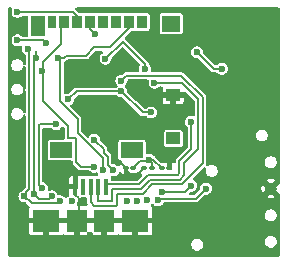
<source format=gbr>
%TF.GenerationSoftware,KiCad,Pcbnew,8.0.4*%
%TF.CreationDate,2024-08-15T19:07:05-07:00*%
%TF.ProjectId,RoboBuddy_NoSIlkScreen,526f626f-4275-4646-9479-5f4e6f53496c,rev?*%
%TF.SameCoordinates,Original*%
%TF.FileFunction,Copper,L2,Bot*%
%TF.FilePolarity,Positive*%
%FSLAX46Y46*%
G04 Gerber Fmt 4.6, Leading zero omitted, Abs format (unit mm)*
G04 Created by KiCad (PCBNEW 8.0.4) date 2024-08-15 19:07:05*
%MOMM*%
%LPD*%
G01*
G04 APERTURE LIST*
G04 Aperture macros list*
%AMRoundRect*
0 Rectangle with rounded corners*
0 $1 Rounding radius*
0 $2 $3 $4 $5 $6 $7 $8 $9 X,Y pos of 4 corners*
0 Add a 4 corners polygon primitive as box body*
4,1,4,$2,$3,$4,$5,$6,$7,$8,$9,$2,$3,0*
0 Add four circle primitives for the rounded corners*
1,1,$1+$1,$2,$3*
1,1,$1+$1,$4,$5*
1,1,$1+$1,$6,$7*
1,1,$1+$1,$8,$9*
0 Add four rect primitives between the rounded corners*
20,1,$1+$1,$2,$3,$4,$5,0*
20,1,$1+$1,$4,$5,$6,$7,0*
20,1,$1+$1,$6,$7,$8,$9,0*
20,1,$1+$1,$8,$9,$2,$3,0*%
G04 Aperture macros list end*
%TA.AperFunction,ComponentPad*%
%ADD10C,1.000000*%
%TD*%
%TA.AperFunction,SMDPad,CuDef*%
%ADD11RoundRect,0.100000X0.130000X0.100000X-0.130000X0.100000X-0.130000X-0.100000X0.130000X-0.100000X0*%
%TD*%
%TA.AperFunction,SMDPad,CuDef*%
%ADD12R,0.400000X1.400000*%
%TD*%
%TA.AperFunction,SMDPad,CuDef*%
%ADD13R,2.300000X1.900000*%
%TD*%
%TA.AperFunction,SMDPad,CuDef*%
%ADD14R,1.800000X1.900000*%
%TD*%
%TA.AperFunction,SMDPad,CuDef*%
%ADD15RoundRect,0.100000X-0.130000X-0.100000X0.130000X-0.100000X0.130000X0.100000X-0.130000X0.100000X0*%
%TD*%
%TA.AperFunction,SMDPad,CuDef*%
%ADD16R,0.850000X1.100000*%
%TD*%
%TA.AperFunction,SMDPad,CuDef*%
%ADD17R,0.750000X1.100000*%
%TD*%
%TA.AperFunction,SMDPad,CuDef*%
%ADD18R,1.200000X1.000000*%
%TD*%
%TA.AperFunction,SMDPad,CuDef*%
%ADD19R,1.550000X1.350000*%
%TD*%
%TA.AperFunction,SMDPad,CuDef*%
%ADD20R,1.900000X1.350000*%
%TD*%
%TA.AperFunction,SMDPad,CuDef*%
%ADD21R,1.170000X1.800000*%
%TD*%
%TA.AperFunction,ViaPad*%
%ADD22C,0.600000*%
%TD*%
%TA.AperFunction,Conductor*%
%ADD23C,0.200000*%
%TD*%
G04 APERTURE END LIST*
D10*
%TO.P,GND,1*%
%TO.N,GND*%
X158750000Y-93250000D03*
%TD*%
D11*
%TO.P,C9,1*%
%TO.N,+1V1*%
X148660000Y-91500000D03*
%TO.P,C9,2*%
%TO.N,GND*%
X148020000Y-91500000D03*
%TD*%
%TO.P,C4,1*%
%TO.N,+1V1*%
X147120000Y-91500000D03*
%TO.P,C4,2*%
%TO.N,GND*%
X146480000Y-91500000D03*
%TD*%
D12*
%TO.P,J1,1,VBUS*%
%TO.N,VBUS*%
X144800000Y-93100000D03*
%TO.P,J1,2,D-*%
%TO.N,/USB_D-*%
X144150000Y-93100000D03*
%TO.P,J1,3,D+*%
%TO.N,/USB_D+*%
X143500000Y-93100000D03*
%TO.P,J1,4,ID*%
%TO.N,unconnected-(J1-ID-Pad4)*%
X142850000Y-93100000D03*
%TO.P,J1,5,GND*%
%TO.N,GND*%
X142200000Y-93100000D03*
D13*
%TO.P,J1,6,Shield*%
X147250000Y-95950000D03*
D14*
X144650000Y-95950000D03*
X142350000Y-95950000D03*
D13*
X139750000Y-95950000D03*
%TD*%
D15*
%TO.P,C10,1*%
%TO.N,+1V1*%
X149525000Y-91500000D03*
%TO.P,C10,2*%
%TO.N,GND*%
X150165000Y-91500000D03*
%TD*%
D16*
%TO.P,J3,1,DAT2*%
%TO.N,unconnected-(J3-DAT2-Pad1)*%
X147860000Y-79150000D03*
%TO.P,J3,2,DAT3/CD*%
%TO.N,/CS_SD*%
X146760000Y-79150000D03*
%TO.P,J3,3,CMD*%
%TO.N,/SCL_GRYO{slash}MOSI_SD*%
X145660000Y-79150000D03*
%TO.P,J3,4,VDD*%
%TO.N,+3.3V*%
X144560000Y-79150000D03*
%TO.P,J3,5,CLK*%
%TO.N,/SDA_GYRO{slash}SCK_SD*%
X143460000Y-79150000D03*
%TO.P,J3,6,VSS*%
%TO.N,Net-(J3-VSS)*%
X142360000Y-79150000D03*
%TO.P,J3,7,DAT0*%
%TO.N,/MISO_SD*%
X141260000Y-79150000D03*
D17*
%TO.P,J3,8,DAT1*%
%TO.N,unconnected-(J3-DAT1-Pad8)*%
X140210000Y-79150000D03*
D18*
%TO.P,J3,9,SHIELD*%
%TO.N,GND*%
X150495000Y-85300000D03*
%TO.P,J3,10*%
%TO.N,N/C*%
X150495000Y-89000000D03*
D19*
%TO.P,J3,11*%
X150320000Y-79275000D03*
D20*
X146995000Y-89975000D03*
X141025000Y-89975000D03*
D21*
X139000000Y-79500000D03*
%TD*%
D22*
%TO.N,VBUS*%
X152000000Y-87600000D03*
%TO.N,GND*%
X147000000Y-88200000D03*
X146700000Y-98600000D03*
X136900000Y-88400000D03*
X147600000Y-80700000D03*
X137300000Y-79800000D03*
X142541071Y-83037651D03*
X146300000Y-82100000D03*
X152000000Y-78400000D03*
X152850000Y-84200000D03*
X143400000Y-97200000D03*
X145100000Y-88300000D03*
X151200000Y-86600000D03*
X150620000Y-85320000D03*
X158100000Y-80000000D03*
X150200000Y-97500000D03*
X139000000Y-98400000D03*
X155000000Y-78200000D03*
X148200000Y-96000000D03*
X141000000Y-97800000D03*
%TO.N,+3.3V*%
X152500000Y-81700000D03*
X154600000Y-83100000D03*
X137300000Y-80700000D03*
X141600000Y-85700000D03*
X144600000Y-79300000D03*
X139700000Y-80900000D03*
X148600000Y-86800000D03*
X146100000Y-85000000D03*
X143800000Y-89100000D03*
X139391422Y-93208578D03*
X140600000Y-87800000D03*
X145400000Y-91700000D03*
%TO.N,+1V1*%
X148440000Y-90800000D03*
%TO.N,Net-(J3-VSS)*%
X137300000Y-78300000D03*
%TO.N,/USB_D+*%
X146100000Y-84100000D03*
%TO.N,/USB_D-*%
X148900000Y-84300000D03*
%TO.N,/MISO_SD*%
X143800000Y-91400000D03*
X139400000Y-83300000D03*
%TO.N,/SCL_GRYO{slash}MOSI_SD*%
X145604835Y-78988979D03*
X140893086Y-94300000D03*
X137890000Y-93900000D03*
X138180000Y-81423617D03*
%TO.N,/SDA_GYRO{slash}SCK_SD*%
X143850361Y-80161287D03*
X138735905Y-93684095D03*
X140200263Y-93900000D03*
X138900000Y-82200000D03*
%TO.N,/CS_SD*%
X140700000Y-82200000D03*
X144540159Y-91703594D03*
%TO.N,/QSPI_SD0*%
X148100000Y-83100000D03*
X144750000Y-82250000D03*
%TO.N,/SCL_OLED*%
X149500000Y-93500000D03*
X152000000Y-93000000D03*
%TO.N,/SDA_OLED*%
X149192307Y-94238464D03*
X153250000Y-93250000D03*
%TO.N,/SWCLK*%
X146582795Y-94299998D03*
%TO.N,/SWD*%
X147382797Y-94299999D03*
%TO.N,/TESTEN*%
X141890000Y-94320000D03*
%TO.N,/RUN*%
X148250000Y-94250000D03*
%TD*%
D23*
%TO.N,/SCL_GRYO{slash}MOSI_SD*%
X138300000Y-93271471D02*
X138050000Y-93521471D01*
X138180000Y-81423617D02*
X138300000Y-81543617D01*
X138300000Y-81543617D02*
X138300000Y-93271471D01*
X138050000Y-93521471D02*
X138050000Y-94098191D01*
%TO.N,/SDA_GYRO{slash}SCK_SD*%
X139151809Y-94100000D02*
X140000263Y-94100000D01*
X140000263Y-94100000D02*
X140200263Y-93900000D01*
X138700000Y-93648191D02*
X139151809Y-94100000D01*
X138700000Y-82400000D02*
X138700000Y-93648191D01*
X138900000Y-82200000D02*
X138700000Y-82400000D01*
%TO.N,+3.3V*%
X139200000Y-87800000D02*
X140600000Y-87800000D01*
X139100000Y-87900000D02*
X139200000Y-87800000D01*
X139100000Y-92917156D02*
X139100000Y-87900000D01*
X139391422Y-93208578D02*
X139100000Y-92917156D01*
%TO.N,GND*%
X136600000Y-80500000D02*
X137300000Y-79800000D01*
X136600000Y-88100000D02*
X136600000Y-80500000D01*
X136900000Y-88400000D02*
X136600000Y-88100000D01*
%TO.N,VBUS*%
X150868628Y-92100000D02*
X148368628Y-92100000D01*
X148368628Y-92100000D02*
X147568628Y-92900000D01*
X151000000Y-91968628D02*
X150868628Y-92100000D01*
X151000000Y-90900000D02*
X151000000Y-91968628D01*
X147568628Y-92900000D02*
X144800000Y-92900000D01*
X152000000Y-87600000D02*
X152000000Y-89900000D01*
X152000000Y-89900000D02*
X151000000Y-90900000D01*
%TO.N,GND*%
X150620000Y-85320000D02*
X150515000Y-85320000D01*
X142490000Y-94071471D02*
X142200000Y-93781471D01*
X146480000Y-91699999D02*
X146880001Y-92100000D01*
X142490000Y-95810000D02*
X142490000Y-94071471D01*
X147700000Y-91820000D02*
X148020000Y-91500000D01*
X150515000Y-85320000D02*
X150495000Y-85300000D01*
X145600000Y-89800000D02*
X145100000Y-89300000D01*
X145600000Y-90650000D02*
X145600000Y-89800000D01*
X150165000Y-91500000D02*
X150165000Y-90565000D01*
X146480000Y-91500000D02*
X146450000Y-91500000D01*
X142200000Y-93781471D02*
X142200000Y-93100000D01*
X142350000Y-95950000D02*
X142490000Y-95810000D01*
X146880001Y-92100000D02*
X147700000Y-92100000D01*
X146450000Y-91500000D02*
X145600000Y-90650000D01*
X150165000Y-90565000D02*
X150000000Y-90400000D01*
X147700000Y-92100000D02*
X147700000Y-91820000D01*
X146480000Y-91500000D02*
X146480000Y-91699999D01*
%TO.N,+3.3V*%
X153900000Y-83100000D02*
X154600000Y-83100000D01*
X139700000Y-80900000D02*
X139500000Y-80700000D01*
X144600000Y-90193629D02*
X144940159Y-90533788D01*
X142300000Y-85000000D02*
X141600000Y-85700000D01*
X152500000Y-81700000D02*
X153900000Y-83100000D01*
X139500000Y-80700000D02*
X137300000Y-80700000D01*
X144940159Y-90533788D02*
X144940159Y-91240159D01*
X144940159Y-91240159D02*
X145400000Y-91700000D01*
X146100000Y-85000000D02*
X147900000Y-86800000D01*
X143800000Y-89100000D02*
X144600000Y-89900000D01*
X144600000Y-89900000D02*
X144600000Y-90193629D01*
X147900000Y-86800000D02*
X148600000Y-86800000D01*
X146100000Y-85000000D02*
X142300000Y-85000000D01*
%TO.N,+1V1*%
X148660000Y-91020000D02*
X148660000Y-91500000D01*
X148440000Y-90800000D02*
X148800000Y-90800000D01*
X147670000Y-90950000D02*
X147120000Y-91500000D01*
X148440000Y-90800000D02*
X148290000Y-90950000D01*
X149500000Y-91500000D02*
X149525000Y-91500000D01*
X148440000Y-90800000D02*
X148660000Y-91020000D01*
X148800000Y-90800000D02*
X149500000Y-91500000D01*
X148290000Y-90950000D02*
X147670000Y-90950000D01*
%TO.N,Net-(J3-VSS)*%
X141985000Y-78300000D02*
X142360000Y-78675000D01*
X137300000Y-78300000D02*
X141985000Y-78300000D01*
X142360000Y-78675000D02*
X142360000Y-79150000D01*
X137300000Y-78300000D02*
X137300000Y-78100000D01*
%TO.N,/USB_D+*%
X151165686Y-83700000D02*
X146500000Y-83700000D01*
X153000000Y-85534314D02*
X151165686Y-83700000D01*
X143500000Y-92900000D02*
X143500000Y-94400000D01*
X145600000Y-94700000D02*
X145700000Y-94600000D01*
X151200000Y-92900000D02*
X153000000Y-91100000D01*
X145700000Y-94600000D02*
X145700000Y-93700000D01*
X145700000Y-93700000D02*
X147900000Y-93700000D01*
X143500000Y-94400000D02*
X143800000Y-94700000D01*
X148700000Y-92900000D02*
X151200000Y-92900000D01*
X146500000Y-83700000D02*
X146100000Y-84100000D01*
X153000000Y-91100000D02*
X153000000Y-85534314D01*
X147900000Y-93700000D02*
X148700000Y-92900000D01*
X143800000Y-94700000D02*
X145600000Y-94700000D01*
%TO.N,/USB_D-*%
X147734314Y-93300000D02*
X148534314Y-92500000D01*
X151400000Y-92134314D02*
X151400000Y-91065686D01*
X151200000Y-84300000D02*
X148900000Y-84300000D01*
X145300000Y-93300000D02*
X147734314Y-93300000D01*
X151400000Y-91065686D02*
X152600000Y-89865686D01*
X152600000Y-89865686D02*
X152600000Y-85700000D01*
X152600000Y-85700000D02*
X151200000Y-84300000D01*
X144150000Y-94300000D02*
X145300000Y-94300000D01*
X148534314Y-92500000D02*
X151034314Y-92500000D01*
X144150000Y-92900000D02*
X144150000Y-94300000D01*
X145300000Y-94300000D02*
X145300000Y-93300000D01*
X151034314Y-92500000D02*
X151400000Y-92134314D01*
%TO.N,/MISO_SD*%
X142275000Y-89000000D02*
X142275000Y-90975000D01*
X141000000Y-79410000D02*
X141000000Y-81000000D01*
X139400000Y-83300000D02*
X139500000Y-83400000D01*
X139500000Y-83200000D02*
X139400000Y-83300000D01*
X139500000Y-85851471D02*
X141600000Y-87951471D01*
X141600000Y-89000000D02*
X142275000Y-89000000D01*
X141000000Y-81000000D02*
X139500000Y-82500000D01*
X141600000Y-87951471D02*
X141600000Y-89000000D01*
X139500000Y-83400000D02*
X139500000Y-85851471D01*
X139500000Y-82500000D02*
X139500000Y-83200000D01*
X142275000Y-90975000D02*
X142700000Y-91400000D01*
X141260000Y-79150000D02*
X141000000Y-79410000D01*
X142700000Y-91400000D02*
X143800000Y-91400000D01*
%TO.N,/SCL_GRYO{slash}MOSI_SD*%
X137890000Y-93900000D02*
X138490000Y-94500000D01*
X138490000Y-94500000D02*
X140693086Y-94500000D01*
X140693086Y-94500000D02*
X140893086Y-94300000D01*
%TO.N,/SDA_GYRO{slash}SCK_SD*%
X138900000Y-82200000D02*
X138900000Y-81600000D01*
X143460000Y-79770926D02*
X143460000Y-79150000D01*
X143850361Y-80161287D02*
X143460000Y-79770926D01*
%TO.N,/CS_SD*%
X144540159Y-91703594D02*
X144540159Y-90699474D01*
X142382843Y-88542158D02*
X142382843Y-87331372D01*
X143800000Y-81300000D02*
X145100000Y-81300000D01*
X140900000Y-85848529D02*
X140900000Y-82400000D01*
X144540159Y-90699474D02*
X142382843Y-88542158D01*
X140900000Y-82400000D02*
X140700000Y-82200000D01*
X140700000Y-82200000D02*
X141200000Y-82200000D01*
X142382843Y-87331372D02*
X140900000Y-85848529D01*
X141400000Y-82000000D02*
X143100000Y-82000000D01*
X141200000Y-82200000D02*
X141400000Y-82000000D01*
X146760000Y-79640000D02*
X146760000Y-79150000D01*
X143100000Y-82000000D02*
X143800000Y-81300000D01*
X145100000Y-81300000D02*
X146760000Y-79640000D01*
%TO.N,/QSPI_SD0*%
X148100000Y-83100000D02*
X148100000Y-82700000D01*
X148100000Y-82700000D02*
X146200000Y-80800000D01*
X146200000Y-80800000D02*
X144750000Y-82250000D01*
%TO.N,/SCL_OLED*%
X152000000Y-93000000D02*
X151500000Y-93500000D01*
X151500000Y-93500000D02*
X149500000Y-93500000D01*
%TO.N,/SDA_OLED*%
X149330771Y-94100000D02*
X152400000Y-94100000D01*
X152400000Y-94100000D02*
X153250000Y-93250000D01*
X149192307Y-94238464D02*
X149330771Y-94100000D01*
%TD*%
%TA.AperFunction,Conductor*%
%TO.N,GND*%
G36*
X136806314Y-77920185D02*
G01*
X136852069Y-77972989D01*
X136862013Y-78042147D01*
X136852069Y-78076011D01*
X136814835Y-78157541D01*
X136814834Y-78157542D01*
X136794353Y-78300000D01*
X136814834Y-78442456D01*
X136851056Y-78521769D01*
X136874623Y-78573373D01*
X136968872Y-78682143D01*
X137089947Y-78759953D01*
X137089950Y-78759954D01*
X137089949Y-78759954D01*
X137228036Y-78800499D01*
X137228038Y-78800500D01*
X137228039Y-78800500D01*
X137371962Y-78800500D01*
X137371962Y-78800499D01*
X137510053Y-78759953D01*
X137631128Y-78682143D01*
X137664788Y-78643296D01*
X137723567Y-78605523D01*
X137758501Y-78600500D01*
X138090500Y-78600500D01*
X138157539Y-78620185D01*
X138203294Y-78672989D01*
X138214500Y-78724500D01*
X138214500Y-80275500D01*
X138194815Y-80342539D01*
X138142011Y-80388294D01*
X138090500Y-80399500D01*
X137758501Y-80399500D01*
X137691462Y-80379815D01*
X137664788Y-80356703D01*
X137652515Y-80342539D01*
X137631128Y-80317857D01*
X137510053Y-80240047D01*
X137510051Y-80240046D01*
X137510049Y-80240045D01*
X137510050Y-80240045D01*
X137371963Y-80199500D01*
X137371961Y-80199500D01*
X137228039Y-80199500D01*
X137228036Y-80199500D01*
X137089949Y-80240045D01*
X136968873Y-80317856D01*
X136968872Y-80317856D01*
X136968872Y-80317857D01*
X136956290Y-80332377D01*
X136874623Y-80426626D01*
X136874622Y-80426628D01*
X136814834Y-80557543D01*
X136794353Y-80700000D01*
X136814834Y-80842456D01*
X136869968Y-80963181D01*
X136874623Y-80973373D01*
X136968872Y-81082143D01*
X137089947Y-81159953D01*
X137089950Y-81159954D01*
X137089949Y-81159954D01*
X137173571Y-81184507D01*
X137224633Y-81199500D01*
X137228036Y-81200499D01*
X137228038Y-81200500D01*
X137228039Y-81200500D01*
X137371962Y-81200500D01*
X137371962Y-81200499D01*
X137510053Y-81159953D01*
X137510054Y-81159951D01*
X137518118Y-81156270D01*
X137519440Y-81159166D01*
X137571417Y-81143882D01*
X137638464Y-81163539D01*
X137684241Y-81216324D01*
X137694213Y-81285478D01*
X137694206Y-81285528D01*
X137674353Y-81423616D01*
X137694834Y-81566073D01*
X137739183Y-81663181D01*
X137754623Y-81696990D01*
X137848872Y-81805760D01*
X137848874Y-81805761D01*
X137848876Y-81805763D01*
X137942539Y-81865957D01*
X137988294Y-81918761D01*
X137999500Y-81970272D01*
X137999500Y-82636874D01*
X137979815Y-82703913D01*
X137927011Y-82749668D01*
X137857853Y-82759612D01*
X137794297Y-82730587D01*
X137756523Y-82671809D01*
X137755725Y-82668968D01*
X137754921Y-82665966D01*
X137736392Y-82596814D01*
X137670500Y-82482686D01*
X137577314Y-82389500D01*
X137499232Y-82344419D01*
X137463187Y-82323608D01*
X137399539Y-82306554D01*
X137335892Y-82289500D01*
X137204108Y-82289500D01*
X137076812Y-82323608D01*
X136962686Y-82389500D01*
X136962683Y-82389502D01*
X136869502Y-82482683D01*
X136869500Y-82482686D01*
X136803608Y-82596812D01*
X136769500Y-82724108D01*
X136769500Y-82855891D01*
X136803608Y-82983187D01*
X136812113Y-82997917D01*
X136869500Y-83097314D01*
X136962686Y-83190500D01*
X137076814Y-83256392D01*
X137204108Y-83290500D01*
X137204110Y-83290500D01*
X137335890Y-83290500D01*
X137335892Y-83290500D01*
X137463186Y-83256392D01*
X137577314Y-83190500D01*
X137670500Y-83097314D01*
X137736392Y-82983186D01*
X137755725Y-82911030D01*
X137792090Y-82851371D01*
X137854937Y-82820842D01*
X137924312Y-82829137D01*
X137978190Y-82873622D01*
X137999465Y-82940174D01*
X137999500Y-82943125D01*
X137999500Y-84744195D01*
X137979815Y-84811234D01*
X137927011Y-84856989D01*
X137907456Y-84859800D01*
X137924312Y-84861816D01*
X137978190Y-84906301D01*
X137999465Y-84972853D01*
X137999500Y-84975804D01*
X137999500Y-86766874D01*
X137979815Y-86833913D01*
X137927011Y-86879668D01*
X137857853Y-86889612D01*
X137794297Y-86860587D01*
X137756523Y-86801809D01*
X137755725Y-86798968D01*
X137736392Y-86726814D01*
X137670500Y-86612686D01*
X137577314Y-86519500D01*
X137508578Y-86479815D01*
X137463187Y-86453608D01*
X137399539Y-86436554D01*
X137335892Y-86419500D01*
X137204108Y-86419500D01*
X137076812Y-86453608D01*
X136962686Y-86519500D01*
X136962683Y-86519502D01*
X136869502Y-86612683D01*
X136869500Y-86612686D01*
X136803608Y-86726812D01*
X136769500Y-86854108D01*
X136769500Y-86985891D01*
X136803608Y-87113187D01*
X136823050Y-87146861D01*
X136869500Y-87227314D01*
X136962686Y-87320500D01*
X137076814Y-87386392D01*
X137204108Y-87420500D01*
X137204110Y-87420500D01*
X137335890Y-87420500D01*
X137335892Y-87420500D01*
X137463186Y-87386392D01*
X137577314Y-87320500D01*
X137670500Y-87227314D01*
X137736392Y-87113186D01*
X137755725Y-87041030D01*
X137792090Y-86981371D01*
X137854937Y-86950842D01*
X137924312Y-86959137D01*
X137978190Y-87003622D01*
X137999465Y-87070174D01*
X137999500Y-87073125D01*
X137999500Y-93095638D01*
X137979815Y-93162677D01*
X137963181Y-93183319D01*
X137809541Y-93336958D01*
X137809537Y-93336963D01*
X137789148Y-93372279D01*
X137738581Y-93420495D01*
X137716701Y-93429254D01*
X137697027Y-93435031D01*
X137679946Y-93440047D01*
X137679945Y-93440048D01*
X137558873Y-93517856D01*
X137464623Y-93626626D01*
X137464622Y-93626628D01*
X137404834Y-93757543D01*
X137384353Y-93900000D01*
X137404834Y-94042456D01*
X137464622Y-94173371D01*
X137464623Y-94173373D01*
X137558872Y-94282143D01*
X137679947Y-94359953D01*
X137679950Y-94359954D01*
X137679949Y-94359954D01*
X137748293Y-94380021D01*
X137815280Y-94399690D01*
X137818036Y-94400499D01*
X137818038Y-94400500D01*
X137914167Y-94400500D01*
X137981206Y-94420185D01*
X138001848Y-94436819D01*
X138301730Y-94736701D01*
X138335215Y-94798024D01*
X138330231Y-94867716D01*
X138327484Y-94874466D01*
X138302911Y-94930119D01*
X138302910Y-94930124D01*
X138300000Y-94955205D01*
X138300000Y-95700000D01*
X148699999Y-95700000D01*
X148699999Y-95434108D01*
X158249500Y-95434108D01*
X158249500Y-95565891D01*
X158283608Y-95693187D01*
X158287542Y-95700000D01*
X158349500Y-95807314D01*
X158442686Y-95900500D01*
X158556814Y-95966392D01*
X158684108Y-96000500D01*
X158684110Y-96000500D01*
X158815890Y-96000500D01*
X158815892Y-96000500D01*
X158943186Y-95966392D01*
X159057314Y-95900500D01*
X159150500Y-95807314D01*
X159216392Y-95693186D01*
X159250500Y-95565892D01*
X159250500Y-95434108D01*
X159216392Y-95306814D01*
X159150500Y-95192686D01*
X159057314Y-95099500D01*
X159000250Y-95066554D01*
X158943187Y-95033608D01*
X158879539Y-95016554D01*
X158815892Y-94999500D01*
X158684108Y-94999500D01*
X158556812Y-95033608D01*
X158442686Y-95099500D01*
X158442683Y-95099502D01*
X158349502Y-95192683D01*
X158349500Y-95192686D01*
X158283608Y-95306812D01*
X158249500Y-95434108D01*
X148699999Y-95434108D01*
X148699999Y-94955214D01*
X148699997Y-94955191D01*
X148697091Y-94930130D01*
X148697090Y-94930126D01*
X148651788Y-94827525D01*
X148651785Y-94827520D01*
X148604861Y-94780596D01*
X148571376Y-94719273D01*
X148576360Y-94649581D01*
X148598825Y-94611719D01*
X148632441Y-94572923D01*
X148691217Y-94535151D01*
X148761087Y-94535152D01*
X148819862Y-94572925D01*
X148861179Y-94620607D01*
X148982254Y-94698417D01*
X148982257Y-94698418D01*
X148982256Y-94698418D01*
X149120343Y-94738963D01*
X149120345Y-94738964D01*
X149120346Y-94738964D01*
X149264269Y-94738964D01*
X149264269Y-94738963D01*
X149371428Y-94707499D01*
X149402357Y-94698418D01*
X149402357Y-94698417D01*
X149402360Y-94698417D01*
X149523435Y-94620607D01*
X149617684Y-94511837D01*
X149635426Y-94472988D01*
X149681181Y-94420184D01*
X149748220Y-94400500D01*
X152439560Y-94400500D01*
X152439562Y-94400500D01*
X152515989Y-94380021D01*
X152584511Y-94340460D01*
X152640460Y-94284511D01*
X152958310Y-93966660D01*
X158386892Y-93966660D01*
X158386892Y-93966661D01*
X158400692Y-93975333D01*
X158400691Y-93975333D01*
X158570861Y-94034878D01*
X158749997Y-94055062D01*
X158750003Y-94055062D01*
X158929138Y-94034878D01*
X158929141Y-94034877D01*
X159099305Y-93975334D01*
X159099306Y-93975334D01*
X159113106Y-93966661D01*
X159113106Y-93966660D01*
X158750001Y-93603553D01*
X158750000Y-93603553D01*
X158386892Y-93966660D01*
X152958310Y-93966660D01*
X153138151Y-93786818D01*
X153199474Y-93753334D01*
X153225832Y-93750500D01*
X153321962Y-93750500D01*
X153321962Y-93750499D01*
X153460053Y-93709953D01*
X153581128Y-93632143D01*
X153675377Y-93523373D01*
X153735165Y-93392457D01*
X153755647Y-93250000D01*
X153755647Y-93249997D01*
X157944938Y-93249997D01*
X157944938Y-93250002D01*
X157965121Y-93429138D01*
X158024665Y-93599304D01*
X158033338Y-93613107D01*
X158396446Y-93250000D01*
X158396446Y-93249999D01*
X158346719Y-93200272D01*
X158500000Y-93200272D01*
X158500000Y-93299728D01*
X158538060Y-93391614D01*
X158608386Y-93461940D01*
X158700272Y-93500000D01*
X158799728Y-93500000D01*
X158891614Y-93461940D01*
X158961940Y-93391614D01*
X159000000Y-93299728D01*
X159000000Y-93200272D01*
X158961940Y-93108386D01*
X158891614Y-93038060D01*
X158799728Y-93000000D01*
X158700272Y-93000000D01*
X158608386Y-93038060D01*
X158538060Y-93108386D01*
X158500000Y-93200272D01*
X158346719Y-93200272D01*
X158033338Y-92886891D01*
X158033337Y-92886891D01*
X158024667Y-92900691D01*
X158024662Y-92900701D01*
X157965122Y-93070858D01*
X157965121Y-93070861D01*
X157944938Y-93249997D01*
X153755647Y-93249997D01*
X153735165Y-93107543D01*
X153675377Y-92976627D01*
X153581128Y-92867857D01*
X153460053Y-92790047D01*
X153460051Y-92790046D01*
X153460049Y-92790045D01*
X153460050Y-92790045D01*
X153321963Y-92749500D01*
X153321961Y-92749500D01*
X153178039Y-92749500D01*
X153178036Y-92749500D01*
X153039949Y-92790045D01*
X152918873Y-92867856D01*
X152824623Y-92976626D01*
X152824622Y-92976628D01*
X152764834Y-93107543D01*
X152744353Y-93250000D01*
X152744353Y-93250001D01*
X152745661Y-93259103D01*
X152735713Y-93328261D01*
X152710603Y-93364424D01*
X152311848Y-93763181D01*
X152250525Y-93796666D01*
X152224167Y-93799500D01*
X151924832Y-93799500D01*
X151857793Y-93779815D01*
X151812038Y-93727011D01*
X151802094Y-93657853D01*
X151831119Y-93594297D01*
X151837151Y-93587819D01*
X151888151Y-93536819D01*
X151949474Y-93503334D01*
X151975832Y-93500500D01*
X152071962Y-93500500D01*
X152071962Y-93500499D01*
X152210053Y-93459953D01*
X152331128Y-93382143D01*
X152425377Y-93273373D01*
X152485165Y-93142457D01*
X152505647Y-93000000D01*
X152485165Y-92857543D01*
X152425377Y-92726627D01*
X152331128Y-92617857D01*
X152210053Y-92540047D01*
X152210052Y-92540046D01*
X152202593Y-92535253D01*
X152203824Y-92533337D01*
X158386891Y-92533337D01*
X158386891Y-92533338D01*
X158750000Y-92896446D01*
X158750001Y-92896446D01*
X159113107Y-92533338D01*
X159099304Y-92524665D01*
X158929138Y-92465121D01*
X158750003Y-92444938D01*
X158749997Y-92444938D01*
X158570861Y-92465121D01*
X158570858Y-92465122D01*
X158400701Y-92524662D01*
X158400691Y-92524667D01*
X158386891Y-92533337D01*
X152203824Y-92533337D01*
X152204640Y-92532066D01*
X152165304Y-92498135D01*
X152145469Y-92431140D01*
X152165004Y-92364057D01*
X152181783Y-92343187D01*
X153071843Y-91453127D01*
X153133164Y-91419644D01*
X153202856Y-91424628D01*
X153258789Y-91466500D01*
X153283206Y-91531964D01*
X153279296Y-91572903D01*
X153249500Y-91684108D01*
X153249500Y-91815892D01*
X153259951Y-91854897D01*
X153283608Y-91943187D01*
X153309044Y-91987242D01*
X153349500Y-92057314D01*
X153442686Y-92150500D01*
X153556814Y-92216392D01*
X153684108Y-92250500D01*
X153684110Y-92250500D01*
X153815890Y-92250500D01*
X153815892Y-92250500D01*
X153943186Y-92216392D01*
X154057314Y-92150500D01*
X154150500Y-92057314D01*
X154216392Y-91943186D01*
X154250500Y-91815892D01*
X154250500Y-91684108D01*
X154216392Y-91556814D01*
X154150500Y-91442686D01*
X154057314Y-91349500D01*
X153990987Y-91311206D01*
X153943187Y-91283608D01*
X153854903Y-91259953D01*
X153815892Y-91249500D01*
X153684108Y-91249500D01*
X153556814Y-91283608D01*
X153556813Y-91283608D01*
X153556811Y-91283609D01*
X153556810Y-91283609D01*
X153467185Y-91335355D01*
X153399285Y-91351828D01*
X153333258Y-91328976D01*
X153290067Y-91274054D01*
X153283426Y-91204501D01*
X153285411Y-91195873D01*
X153289714Y-91179815D01*
X153300500Y-91139562D01*
X153300500Y-90934108D01*
X158249500Y-90934108D01*
X158249500Y-91065892D01*
X158258613Y-91099902D01*
X158283608Y-91193187D01*
X158296773Y-91215989D01*
X158349500Y-91307314D01*
X158442686Y-91400500D01*
X158556814Y-91466392D01*
X158684108Y-91500500D01*
X158684110Y-91500500D01*
X158815890Y-91500500D01*
X158815892Y-91500500D01*
X158943186Y-91466392D01*
X159057314Y-91400500D01*
X159150500Y-91307314D01*
X159216392Y-91193186D01*
X159250500Y-91065892D01*
X159250500Y-90934108D01*
X159216392Y-90806814D01*
X159150500Y-90692686D01*
X159057314Y-90599500D01*
X159000250Y-90566554D01*
X158943187Y-90533608D01*
X158855616Y-90510144D01*
X158815892Y-90499500D01*
X158684108Y-90499500D01*
X158556812Y-90533608D01*
X158442686Y-90599500D01*
X158442683Y-90599502D01*
X158349502Y-90692683D01*
X158349500Y-90692686D01*
X158283608Y-90806812D01*
X158262163Y-90886848D01*
X158249500Y-90934108D01*
X153300500Y-90934108D01*
X153300500Y-88684108D01*
X157499500Y-88684108D01*
X157499500Y-88815892D01*
X157502377Y-88826628D01*
X157533608Y-88943187D01*
X157566554Y-89000250D01*
X157599500Y-89057314D01*
X157692686Y-89150500D01*
X157806814Y-89216392D01*
X157934108Y-89250500D01*
X157934110Y-89250500D01*
X158065890Y-89250500D01*
X158065892Y-89250500D01*
X158193186Y-89216392D01*
X158307314Y-89150500D01*
X158400500Y-89057314D01*
X158466392Y-88943186D01*
X158500500Y-88815892D01*
X158500500Y-88684108D01*
X158466392Y-88556814D01*
X158400500Y-88442686D01*
X158307314Y-88349500D01*
X158220712Y-88299500D01*
X158193187Y-88283608D01*
X158104903Y-88259953D01*
X158065892Y-88249500D01*
X157934108Y-88249500D01*
X157806812Y-88283608D01*
X157692686Y-88349500D01*
X157692683Y-88349502D01*
X157599502Y-88442683D01*
X157599500Y-88442686D01*
X157533608Y-88556812D01*
X157511306Y-88640047D01*
X157499500Y-88684108D01*
X153300500Y-88684108D01*
X153300500Y-85494752D01*
X153280022Y-85418326D01*
X153240460Y-85349803D01*
X151350197Y-83459540D01*
X151350196Y-83459539D01*
X151350193Y-83459537D01*
X151317148Y-83440459D01*
X151317148Y-83440458D01*
X151317146Y-83440458D01*
X151304769Y-83433312D01*
X151281676Y-83419979D01*
X151281677Y-83419979D01*
X151243461Y-83409739D01*
X151205248Y-83399500D01*
X151205246Y-83399500D01*
X148704698Y-83399500D01*
X148637659Y-83379815D01*
X148591904Y-83327011D01*
X148581960Y-83257853D01*
X148584883Y-83244412D01*
X148585163Y-83242459D01*
X148585165Y-83242457D01*
X148605647Y-83100000D01*
X148585165Y-82957543D01*
X148525377Y-82826627D01*
X148525375Y-82826625D01*
X148525374Y-82826622D01*
X148427740Y-82713946D01*
X148401678Y-82664838D01*
X148400500Y-82660441D01*
X148400500Y-82660438D01*
X148392918Y-82632143D01*
X148380022Y-82584012D01*
X148340460Y-82515489D01*
X147524971Y-81700000D01*
X151994353Y-81700000D01*
X152014834Y-81842456D01*
X152053275Y-81926628D01*
X152074623Y-81973373D01*
X152168872Y-82082143D01*
X152289947Y-82159953D01*
X152289950Y-82159954D01*
X152289949Y-82159954D01*
X152373585Y-82184511D01*
X152425280Y-82199690D01*
X152428036Y-82200499D01*
X152428038Y-82200500D01*
X152524167Y-82200500D01*
X152591206Y-82220185D01*
X152611848Y-82236819D01*
X153659540Y-83284511D01*
X153715489Y-83340460D01*
X153715491Y-83340461D01*
X153715495Y-83340464D01*
X153765294Y-83369215D01*
X153784011Y-83380021D01*
X153860438Y-83400500D01*
X153939562Y-83400500D01*
X154141499Y-83400500D01*
X154208538Y-83420185D01*
X154235211Y-83443296D01*
X154268872Y-83482143D01*
X154389947Y-83559953D01*
X154389950Y-83559954D01*
X154389949Y-83559954D01*
X154462625Y-83581293D01*
X154524633Y-83599500D01*
X154528036Y-83600499D01*
X154528038Y-83600500D01*
X154528039Y-83600500D01*
X154671962Y-83600500D01*
X154671962Y-83600499D01*
X154810053Y-83559953D01*
X154931128Y-83482143D01*
X155025377Y-83373373D01*
X155085165Y-83242457D01*
X155105647Y-83100000D01*
X155085165Y-82957543D01*
X155025377Y-82826627D01*
X154931128Y-82717857D01*
X154810053Y-82640047D01*
X154810051Y-82640046D01*
X154810049Y-82640045D01*
X154810050Y-82640045D01*
X154671963Y-82599500D01*
X154671961Y-82599500D01*
X154528039Y-82599500D01*
X154528036Y-82599500D01*
X154389949Y-82640045D01*
X154268873Y-82717856D01*
X154268872Y-82717856D01*
X154268872Y-82717857D01*
X154249722Y-82739958D01*
X154235212Y-82756703D01*
X154176433Y-82794477D01*
X154141499Y-82799500D01*
X154075833Y-82799500D01*
X154008794Y-82779815D01*
X153988152Y-82763181D01*
X153039395Y-81814424D01*
X153005910Y-81753101D01*
X153004339Y-81709094D01*
X153005647Y-81700000D01*
X152985165Y-81557543D01*
X152925377Y-81426627D01*
X152831128Y-81317857D01*
X152710053Y-81240047D01*
X152710051Y-81240046D01*
X152710049Y-81240045D01*
X152710050Y-81240045D01*
X152571963Y-81199500D01*
X152571961Y-81199500D01*
X152428039Y-81199500D01*
X152428036Y-81199500D01*
X152289949Y-81240045D01*
X152168873Y-81317856D01*
X152074623Y-81426626D01*
X152074622Y-81426628D01*
X152014834Y-81557543D01*
X151994353Y-81700000D01*
X147524971Y-81700000D01*
X146412651Y-80587680D01*
X146379166Y-80526357D01*
X146384150Y-80456665D01*
X146412648Y-80412321D01*
X146888152Y-79936819D01*
X146949475Y-79903334D01*
X146975833Y-79900500D01*
X147204750Y-79900500D01*
X147204751Y-79900499D01*
X147219485Y-79897568D01*
X147275210Y-79886485D01*
X147275464Y-79887762D01*
X147332009Y-79881680D01*
X147355899Y-79888694D01*
X147415247Y-79900499D01*
X147415250Y-79900500D01*
X147415252Y-79900500D01*
X148304750Y-79900500D01*
X148304751Y-79900499D01*
X148319568Y-79897552D01*
X148363229Y-79888868D01*
X148363229Y-79888867D01*
X148363231Y-79888867D01*
X148429552Y-79844552D01*
X148473867Y-79778231D01*
X148473867Y-79778229D01*
X148473868Y-79778229D01*
X148485499Y-79719752D01*
X148485500Y-79719750D01*
X148485500Y-78580249D01*
X148485499Y-78580247D01*
X149344500Y-78580247D01*
X149344500Y-79969752D01*
X149356131Y-80028229D01*
X149356132Y-80028230D01*
X149400447Y-80094552D01*
X149466769Y-80138867D01*
X149466770Y-80138868D01*
X149525247Y-80150499D01*
X149525250Y-80150500D01*
X149525252Y-80150500D01*
X151114750Y-80150500D01*
X151114751Y-80150499D01*
X151129568Y-80147552D01*
X151173229Y-80138868D01*
X151173229Y-80138867D01*
X151173231Y-80138867D01*
X151239552Y-80094552D01*
X151283867Y-80028231D01*
X151283867Y-80028229D01*
X151283868Y-80028229D01*
X151295499Y-79969752D01*
X151295500Y-79969750D01*
X151295500Y-78580249D01*
X151295499Y-78580247D01*
X151283868Y-78521770D01*
X151283867Y-78521769D01*
X151239552Y-78455447D01*
X151173230Y-78411132D01*
X151173229Y-78411131D01*
X151114752Y-78399500D01*
X151114748Y-78399500D01*
X149525252Y-78399500D01*
X149525247Y-78399500D01*
X149466770Y-78411131D01*
X149466769Y-78411132D01*
X149400447Y-78455447D01*
X149356132Y-78521769D01*
X149356131Y-78521770D01*
X149344500Y-78580247D01*
X148485499Y-78580247D01*
X148473868Y-78521770D01*
X148473867Y-78521769D01*
X148429552Y-78455447D01*
X148363230Y-78411132D01*
X148363229Y-78411131D01*
X148304752Y-78399500D01*
X148304748Y-78399500D01*
X147415252Y-78399500D01*
X147415249Y-78399500D01*
X147344791Y-78413515D01*
X147344537Y-78412239D01*
X147287977Y-78418317D01*
X147264089Y-78411303D01*
X147204751Y-78399500D01*
X147204748Y-78399500D01*
X146315252Y-78399500D01*
X146315249Y-78399500D01*
X146244791Y-78413515D01*
X146244537Y-78412239D01*
X146187977Y-78418317D01*
X146164089Y-78411303D01*
X146104751Y-78399500D01*
X146104748Y-78399500D01*
X145215252Y-78399500D01*
X145215249Y-78399500D01*
X145144791Y-78413515D01*
X145144537Y-78412239D01*
X145087977Y-78418317D01*
X145064089Y-78411303D01*
X145004751Y-78399500D01*
X145004748Y-78399500D01*
X144115252Y-78399500D01*
X144115249Y-78399500D01*
X144044791Y-78413515D01*
X144044537Y-78412239D01*
X143987977Y-78418317D01*
X143964089Y-78411303D01*
X143904751Y-78399500D01*
X143904748Y-78399500D01*
X143015252Y-78399500D01*
X143015249Y-78399500D01*
X142944791Y-78413515D01*
X142944537Y-78412239D01*
X142887977Y-78418317D01*
X142864089Y-78411303D01*
X142804751Y-78399500D01*
X142804748Y-78399500D01*
X142560833Y-78399500D01*
X142493794Y-78379815D01*
X142473152Y-78363181D01*
X142222152Y-78112181D01*
X142188667Y-78050858D01*
X142193651Y-77981166D01*
X142235523Y-77925233D01*
X142300987Y-77900816D01*
X142309833Y-77900500D01*
X159375500Y-77900500D01*
X159442539Y-77920185D01*
X159488294Y-77972989D01*
X159499500Y-78024500D01*
X159499500Y-92802691D01*
X159479815Y-92869730D01*
X159463181Y-92890372D01*
X159103553Y-93250000D01*
X159463181Y-93609627D01*
X159496666Y-93670950D01*
X159499500Y-93697308D01*
X159499500Y-98875500D01*
X159479815Y-98942539D01*
X159427011Y-98988294D01*
X159375500Y-98999500D01*
X136624500Y-98999500D01*
X136557461Y-98979815D01*
X136511706Y-98927011D01*
X136500500Y-98875500D01*
X136500500Y-97934108D01*
X151999500Y-97934108D01*
X151999500Y-98065891D01*
X152033608Y-98193187D01*
X152047005Y-98216391D01*
X152099500Y-98307314D01*
X152192686Y-98400500D01*
X152306814Y-98466392D01*
X152434108Y-98500500D01*
X152434110Y-98500500D01*
X152565890Y-98500500D01*
X152565892Y-98500500D01*
X152693186Y-98466392D01*
X152807314Y-98400500D01*
X152900500Y-98307314D01*
X152966392Y-98193186D01*
X153000500Y-98065892D01*
X153000500Y-97934108D01*
X152966392Y-97806814D01*
X152900500Y-97692686D01*
X152891922Y-97684108D01*
X158249500Y-97684108D01*
X158249500Y-97815891D01*
X158283608Y-97943187D01*
X158316554Y-98000250D01*
X158349500Y-98057314D01*
X158442686Y-98150500D01*
X158556814Y-98216392D01*
X158684108Y-98250500D01*
X158684110Y-98250500D01*
X158815890Y-98250500D01*
X158815892Y-98250500D01*
X158943186Y-98216392D01*
X159057314Y-98150500D01*
X159150500Y-98057314D01*
X159216392Y-97943186D01*
X159250500Y-97815892D01*
X159250500Y-97684108D01*
X159216392Y-97556814D01*
X159150500Y-97442686D01*
X159057314Y-97349500D01*
X159000250Y-97316554D01*
X158943187Y-97283608D01*
X158879539Y-97266554D01*
X158815892Y-97249500D01*
X158684108Y-97249500D01*
X158556812Y-97283608D01*
X158442686Y-97349500D01*
X158442683Y-97349502D01*
X158349502Y-97442683D01*
X158349500Y-97442686D01*
X158283608Y-97556812D01*
X158249500Y-97684108D01*
X152891922Y-97684108D01*
X152807314Y-97599500D01*
X152733380Y-97556814D01*
X152693187Y-97533608D01*
X152629539Y-97516554D01*
X152565892Y-97499500D01*
X152434108Y-97499500D01*
X152306812Y-97533608D01*
X152192686Y-97599500D01*
X152192683Y-97599502D01*
X152099502Y-97692683D01*
X152099500Y-97692686D01*
X152033608Y-97806812D01*
X151999500Y-97934108D01*
X136500500Y-97934108D01*
X136500500Y-96944785D01*
X138300001Y-96944785D01*
X138300002Y-96944808D01*
X138302908Y-96969869D01*
X138302909Y-96969873D01*
X138348211Y-97072474D01*
X138348214Y-97072479D01*
X138427520Y-97151785D01*
X138427525Y-97151788D01*
X138530123Y-97197089D01*
X138555206Y-97199999D01*
X139499999Y-97199999D01*
X140000000Y-97199999D01*
X140944786Y-97199999D01*
X140944808Y-97199997D01*
X140969869Y-97197091D01*
X140969873Y-97197090D01*
X141072474Y-97151788D01*
X141072479Y-97151785D01*
X141087319Y-97136946D01*
X141148642Y-97103461D01*
X141218334Y-97108445D01*
X141262681Y-97136946D01*
X141277520Y-97151785D01*
X141277525Y-97151788D01*
X141380123Y-97197089D01*
X141405206Y-97199999D01*
X142099999Y-97199999D01*
X142600000Y-97199999D01*
X143294786Y-97199999D01*
X143294808Y-97199997D01*
X143319869Y-97197091D01*
X143319873Y-97197090D01*
X143422475Y-97151788D01*
X143429919Y-97146689D01*
X143496349Y-97125040D01*
X143563939Y-97142742D01*
X143570081Y-97146689D01*
X143577524Y-97151788D01*
X143680123Y-97197089D01*
X143705206Y-97199999D01*
X144399999Y-97199999D01*
X144900000Y-97199999D01*
X145594786Y-97199999D01*
X145594808Y-97199997D01*
X145619869Y-97197091D01*
X145619873Y-97197090D01*
X145722474Y-97151788D01*
X145722479Y-97151785D01*
X145737319Y-97136946D01*
X145798642Y-97103461D01*
X145868334Y-97108445D01*
X145912681Y-97136946D01*
X145927520Y-97151785D01*
X145927525Y-97151788D01*
X146030123Y-97197089D01*
X146055206Y-97199999D01*
X146999999Y-97199999D01*
X147500000Y-97199999D01*
X148444786Y-97199999D01*
X148444808Y-97199997D01*
X148469869Y-97197091D01*
X148469873Y-97197090D01*
X148572474Y-97151788D01*
X148572479Y-97151785D01*
X148651785Y-97072479D01*
X148651788Y-97072474D01*
X148697089Y-96969877D01*
X148697089Y-96969875D01*
X148699999Y-96944794D01*
X148700000Y-96944791D01*
X148700000Y-96200000D01*
X147500000Y-96200000D01*
X147500000Y-97199999D01*
X146999999Y-97199999D01*
X147000000Y-97199998D01*
X147000000Y-96200000D01*
X144900000Y-96200000D01*
X144900000Y-97199999D01*
X144399999Y-97199999D01*
X144400000Y-97199998D01*
X144400000Y-96200000D01*
X142600000Y-96200000D01*
X142600000Y-97199999D01*
X142099999Y-97199999D01*
X142100000Y-97199998D01*
X142100000Y-96200000D01*
X140000000Y-96200000D01*
X140000000Y-97199999D01*
X139499999Y-97199999D01*
X139500000Y-97199998D01*
X139500000Y-96200000D01*
X138300001Y-96200000D01*
X138300001Y-96944785D01*
X136500500Y-96944785D01*
X136500500Y-84794108D01*
X136759500Y-84794108D01*
X136759500Y-84925891D01*
X136793608Y-85053187D01*
X136826554Y-85110250D01*
X136859500Y-85167314D01*
X136952686Y-85260500D01*
X137066814Y-85326392D01*
X137194108Y-85360500D01*
X137194110Y-85360500D01*
X137325890Y-85360500D01*
X137325892Y-85360500D01*
X137453186Y-85326392D01*
X137567314Y-85260500D01*
X137660500Y-85167314D01*
X137726392Y-85053186D01*
X137755725Y-84943709D01*
X137792090Y-84884050D01*
X137842119Y-84859747D01*
X137794297Y-84837908D01*
X137756523Y-84779130D01*
X137755725Y-84776288D01*
X137726392Y-84666814D01*
X137660500Y-84552686D01*
X137567314Y-84459500D01*
X137510250Y-84426554D01*
X137453187Y-84393608D01*
X137377667Y-84373373D01*
X137325892Y-84359500D01*
X137194108Y-84359500D01*
X137066812Y-84393608D01*
X136952686Y-84459500D01*
X136952683Y-84459502D01*
X136859502Y-84552683D01*
X136859500Y-84552686D01*
X136793608Y-84666812D01*
X136759500Y-84794108D01*
X136500500Y-84794108D01*
X136500500Y-78024500D01*
X136520185Y-77957461D01*
X136572989Y-77911706D01*
X136624500Y-77900500D01*
X136739275Y-77900500D01*
X136806314Y-77920185D01*
G37*
%TD.AperFunction*%
%TA.AperFunction,Conductor*%
G36*
X143142539Y-94020185D02*
G01*
X143188294Y-94072989D01*
X143199500Y-94124500D01*
X143199500Y-94439562D01*
X143200276Y-94442457D01*
X143219979Y-94515990D01*
X143223090Y-94523499D01*
X143221313Y-94524235D01*
X143235304Y-94581893D01*
X143212455Y-94647921D01*
X143157537Y-94691115D01*
X143111444Y-94700000D01*
X142459630Y-94700000D01*
X142392591Y-94680315D01*
X142346836Y-94627511D01*
X142336892Y-94558353D01*
X142346836Y-94524488D01*
X142352614Y-94511837D01*
X142375165Y-94462457D01*
X142395647Y-94320000D01*
X142383200Y-94233430D01*
X142393143Y-94164274D01*
X142438898Y-94111470D01*
X142461574Y-94101386D01*
X142461341Y-94100857D01*
X142572480Y-94051784D01*
X142572481Y-94051784D01*
X142587444Y-94036821D01*
X142648766Y-94003334D01*
X142675127Y-94000500D01*
X143075500Y-94000500D01*
X143142539Y-94020185D01*
G37*
%TD.AperFunction*%
%TA.AperFunction,Conductor*%
G36*
X141216152Y-87996602D02*
G01*
X141236796Y-88013238D01*
X141263181Y-88039623D01*
X141296666Y-88100946D01*
X141299500Y-88127304D01*
X141299500Y-88975500D01*
X141279815Y-89042539D01*
X141227011Y-89088294D01*
X141175500Y-89099500D01*
X140055247Y-89099500D01*
X139996770Y-89111131D01*
X139996769Y-89111132D01*
X139930447Y-89155447D01*
X139886132Y-89221769D01*
X139886131Y-89221770D01*
X139874500Y-89280247D01*
X139874500Y-90669752D01*
X139886131Y-90728229D01*
X139886132Y-90728230D01*
X139930447Y-90794552D01*
X139996769Y-90838867D01*
X139996770Y-90838868D01*
X140055247Y-90850499D01*
X140055250Y-90850500D01*
X140055252Y-90850500D01*
X141850500Y-90850500D01*
X141917539Y-90870185D01*
X141963294Y-90922989D01*
X141974500Y-90974500D01*
X141974500Y-91014562D01*
X141975383Y-91017856D01*
X141994979Y-91090990D01*
X141994980Y-91090991D01*
X142023541Y-91140460D01*
X142023542Y-91140462D01*
X142034537Y-91159507D01*
X142034539Y-91159510D01*
X142034540Y-91159511D01*
X142515489Y-91640460D01*
X142584012Y-91680022D01*
X142660438Y-91700500D01*
X143341499Y-91700500D01*
X143408538Y-91720185D01*
X143435211Y-91743296D01*
X143468872Y-91782143D01*
X143589947Y-91859953D01*
X143589950Y-91859954D01*
X143589949Y-91859954D01*
X143697107Y-91891417D01*
X143726673Y-91900099D01*
X143728036Y-91900499D01*
X143728038Y-91900500D01*
X143728039Y-91900500D01*
X143871961Y-91900500D01*
X143952186Y-91876944D01*
X144022053Y-91876944D01*
X144080831Y-91914718D01*
X144099913Y-91944409D01*
X144114781Y-91976965D01*
X144114784Y-91976971D01*
X144129798Y-91994297D01*
X144158824Y-92057852D01*
X144148881Y-92127011D01*
X144103126Y-92179815D01*
X144036087Y-92199500D01*
X143930249Y-92199500D01*
X143859791Y-92213515D01*
X143859537Y-92212239D01*
X143802977Y-92218317D01*
X143779089Y-92211303D01*
X143719751Y-92199500D01*
X143719748Y-92199500D01*
X143280252Y-92199500D01*
X143280249Y-92199500D01*
X143209791Y-92213515D01*
X143209537Y-92212239D01*
X143152977Y-92218317D01*
X143129089Y-92211303D01*
X143069751Y-92199500D01*
X143069748Y-92199500D01*
X142675127Y-92199500D01*
X142608088Y-92179815D01*
X142587446Y-92163181D01*
X142572479Y-92148214D01*
X142572474Y-92148211D01*
X142469876Y-92102910D01*
X142444794Y-92100000D01*
X142400000Y-92100000D01*
X142400000Y-93176000D01*
X142380315Y-93243039D01*
X142327511Y-93288794D01*
X142276000Y-93300000D01*
X141700001Y-93300000D01*
X141700001Y-93779449D01*
X141680316Y-93846488D01*
X141643041Y-93883764D01*
X141558874Y-93937855D01*
X141558872Y-93937856D01*
X141558872Y-93937857D01*
X141526399Y-93975333D01*
X141493921Y-94012815D01*
X141435143Y-94050589D01*
X141365273Y-94050589D01*
X141306495Y-94012815D01*
X141295824Y-94000500D01*
X141224214Y-93917857D01*
X141103139Y-93840047D01*
X141103137Y-93840046D01*
X141103135Y-93840045D01*
X141103136Y-93840045D01*
X140965049Y-93799500D01*
X140965047Y-93799500D01*
X140821125Y-93799500D01*
X140821123Y-93799500D01*
X140812345Y-93800762D01*
X140812149Y-93799402D01*
X140751581Y-93799397D01*
X140692807Y-93761617D01*
X140673733Y-93731935D01*
X140668328Y-93720100D01*
X140625640Y-93626627D01*
X140531391Y-93517857D01*
X140410316Y-93440047D01*
X140410314Y-93440046D01*
X140410312Y-93440045D01*
X140410313Y-93440045D01*
X140272226Y-93399500D01*
X140272224Y-93399500D01*
X140128302Y-93399500D01*
X140043346Y-93424444D01*
X139973476Y-93424443D01*
X139914699Y-93386667D01*
X139885675Y-93323111D01*
X139885675Y-93287825D01*
X139897069Y-93208578D01*
X139876587Y-93066121D01*
X139816799Y-92935205D01*
X139722550Y-92826435D01*
X139665926Y-92790045D01*
X139601473Y-92748623D01*
X139489565Y-92715765D01*
X139430787Y-92677991D01*
X139401762Y-92614435D01*
X139400500Y-92596788D01*
X139400500Y-92355205D01*
X141700000Y-92355205D01*
X141700000Y-92900000D01*
X142000000Y-92900000D01*
X142000000Y-92100000D01*
X141955203Y-92100000D01*
X141930130Y-92102908D01*
X141930126Y-92102909D01*
X141827525Y-92148211D01*
X141827520Y-92148214D01*
X141748214Y-92227520D01*
X141748211Y-92227525D01*
X141702910Y-92330122D01*
X141702910Y-92330124D01*
X141700000Y-92355205D01*
X139400500Y-92355205D01*
X139400500Y-88224500D01*
X139420185Y-88157461D01*
X139472989Y-88111706D01*
X139524500Y-88100500D01*
X140141499Y-88100500D01*
X140208538Y-88120185D01*
X140235211Y-88143296D01*
X140268872Y-88182143D01*
X140389947Y-88259953D01*
X140389950Y-88259954D01*
X140389949Y-88259954D01*
X140470509Y-88283608D01*
X140524633Y-88299500D01*
X140528036Y-88300499D01*
X140528038Y-88300500D01*
X140528039Y-88300500D01*
X140671962Y-88300500D01*
X140671962Y-88300499D01*
X140810053Y-88259953D01*
X140931128Y-88182143D01*
X141025377Y-88073373D01*
X141036322Y-88049405D01*
X141082073Y-87996605D01*
X141149112Y-87976919D01*
X141216152Y-87996602D01*
G37*
%TD.AperFunction*%
%TA.AperFunction,Conductor*%
G36*
X146623039Y-91319685D02*
G01*
X146668794Y-91372489D01*
X146680000Y-91424000D01*
X146680000Y-91993897D01*
X146735149Y-91985164D01*
X146848044Y-91927641D01*
X146854488Y-91922959D01*
X146920293Y-91899475D01*
X146941674Y-91900099D01*
X146943868Y-91900353D01*
X146945135Y-91900500D01*
X147294864Y-91900499D01*
X147294879Y-91900497D01*
X147294882Y-91900497D01*
X147319987Y-91897586D01*
X147319988Y-91897585D01*
X147319991Y-91897585D01*
X147422765Y-91852206D01*
X147422770Y-91852200D01*
X147429063Y-91847891D01*
X147495495Y-91826244D01*
X147563084Y-91843949D01*
X147586822Y-91862509D01*
X147651949Y-91927636D01*
X147651953Y-91927639D01*
X147764854Y-91985165D01*
X147777970Y-91987242D01*
X147841106Y-92017169D01*
X147878039Y-92076479D01*
X147877045Y-92146341D01*
X147846258Y-92197397D01*
X147480476Y-92563181D01*
X147419153Y-92596666D01*
X147392795Y-92599500D01*
X145324500Y-92599500D01*
X145257461Y-92579815D01*
X145211706Y-92527011D01*
X145200500Y-92475500D01*
X145200500Y-92380252D01*
X145194124Y-92348198D01*
X145200350Y-92278609D01*
X145243212Y-92223431D01*
X145309102Y-92200185D01*
X145319170Y-92200634D01*
X145319170Y-92200500D01*
X145471962Y-92200500D01*
X145471962Y-92200499D01*
X145597813Y-92163547D01*
X145610050Y-92159954D01*
X145610050Y-92159953D01*
X145610053Y-92159953D01*
X145731128Y-92082143D01*
X145825377Y-91973373D01*
X145855369Y-91907699D01*
X145901124Y-91854897D01*
X145968163Y-91835212D01*
X146035203Y-91854897D01*
X146055844Y-91871531D01*
X146111949Y-91927636D01*
X146111953Y-91927639D01*
X146224853Y-91985164D01*
X146280000Y-91993898D01*
X146280000Y-91424000D01*
X146299685Y-91356961D01*
X146352489Y-91311206D01*
X146404000Y-91300000D01*
X146556000Y-91300000D01*
X146623039Y-91319685D01*
G37*
%TD.AperFunction*%
%TA.AperFunction,Conductor*%
G36*
X148362341Y-84020185D02*
G01*
X148408096Y-84072989D01*
X148418040Y-84142147D01*
X148415116Y-84155587D01*
X148394353Y-84300000D01*
X148414834Y-84442456D01*
X148432959Y-84482143D01*
X148474623Y-84573373D01*
X148568872Y-84682143D01*
X148689947Y-84759953D01*
X148689950Y-84759954D01*
X148689949Y-84759954D01*
X148828036Y-84800499D01*
X148828038Y-84800500D01*
X148828039Y-84800500D01*
X148971962Y-84800500D01*
X148971962Y-84800499D01*
X149110053Y-84759953D01*
X149231128Y-84682143D01*
X149264788Y-84643296D01*
X149323567Y-84605523D01*
X149358501Y-84600500D01*
X149473731Y-84600500D01*
X149540770Y-84620185D01*
X149586525Y-84672989D01*
X149596904Y-84738794D01*
X149595000Y-84755193D01*
X149595000Y-85050000D01*
X151413843Y-85050000D01*
X151433656Y-85039181D01*
X151503348Y-85044165D01*
X151547695Y-85072666D01*
X152263181Y-85788152D01*
X152296666Y-85849475D01*
X152299500Y-85875833D01*
X152299500Y-87000666D01*
X152279815Y-87067705D01*
X152227011Y-87113460D01*
X152157853Y-87123404D01*
X152140566Y-87119643D01*
X152071964Y-87099500D01*
X152071961Y-87099500D01*
X151928039Y-87099500D01*
X151928036Y-87099500D01*
X151789949Y-87140045D01*
X151668873Y-87217856D01*
X151574623Y-87326626D01*
X151574622Y-87326628D01*
X151514834Y-87457543D01*
X151494353Y-87600000D01*
X151514834Y-87742456D01*
X151562066Y-87845877D01*
X151574623Y-87873373D01*
X151668872Y-87982143D01*
X151668875Y-87982144D01*
X151669213Y-87982535D01*
X151698238Y-88046091D01*
X151699500Y-88063738D01*
X151699500Y-89724167D01*
X151679815Y-89791206D01*
X151663181Y-89811848D01*
X150759541Y-90715487D01*
X150759535Y-90715495D01*
X150719982Y-90784004D01*
X150719979Y-90784009D01*
X150699500Y-90860439D01*
X150699500Y-90954822D01*
X150679815Y-91021861D01*
X150627011Y-91067616D01*
X150557853Y-91077560D01*
X150519205Y-91065307D01*
X150420145Y-91014833D01*
X150365000Y-91006099D01*
X150365000Y-91576000D01*
X150345315Y-91643039D01*
X150292511Y-91688794D01*
X150241000Y-91700000D01*
X150089000Y-91700000D01*
X150021961Y-91680315D01*
X149976206Y-91627511D01*
X149965000Y-91576000D01*
X149965000Y-91006101D01*
X149909853Y-91014835D01*
X149796952Y-91072361D01*
X149790496Y-91077051D01*
X149724687Y-91100525D01*
X149703337Y-91099902D01*
X149699876Y-91099500D01*
X149699865Y-91099500D01*
X149575833Y-91099500D01*
X149508794Y-91079815D01*
X149488152Y-91063181D01*
X148984510Y-90559539D01*
X148962053Y-90546574D01*
X148939595Y-90533608D01*
X148934604Y-90530726D01*
X148915990Y-90519979D01*
X148915986Y-90519978D01*
X148879289Y-90510144D01*
X148819629Y-90473778D01*
X148817672Y-90471572D01*
X148771129Y-90417858D01*
X148771128Y-90417857D01*
X148650053Y-90340047D01*
X148650051Y-90340046D01*
X148650049Y-90340045D01*
X148650050Y-90340045D01*
X148511963Y-90299500D01*
X148511961Y-90299500D01*
X148368039Y-90299500D01*
X148368035Y-90299500D01*
X148304434Y-90318175D01*
X148234564Y-90318175D01*
X148175786Y-90280400D01*
X148146762Y-90216844D01*
X148145500Y-90199198D01*
X148145500Y-89280249D01*
X148145499Y-89280247D01*
X148133868Y-89221770D01*
X148133867Y-89221769D01*
X148089552Y-89155447D01*
X148023230Y-89111132D01*
X148023229Y-89111131D01*
X147964752Y-89099500D01*
X147964748Y-89099500D01*
X146025252Y-89099500D01*
X146025247Y-89099500D01*
X145966770Y-89111131D01*
X145966769Y-89111132D01*
X145900447Y-89155447D01*
X145856132Y-89221769D01*
X145856131Y-89221770D01*
X145844500Y-89280247D01*
X145844500Y-90669752D01*
X145856131Y-90728229D01*
X145856132Y-90728230D01*
X145900447Y-90794552D01*
X145966769Y-90838867D01*
X145966770Y-90838868D01*
X146025247Y-90850499D01*
X146025250Y-90850500D01*
X146025252Y-90850500D01*
X146035685Y-90850500D01*
X146102724Y-90870185D01*
X146148479Y-90922989D01*
X146158423Y-90992147D01*
X146129398Y-91055703D01*
X146118813Y-91065416D01*
X146118855Y-91065458D01*
X146022363Y-91161949D01*
X146022360Y-91161953D01*
X145964834Y-91274855D01*
X145964644Y-91276056D01*
X145964007Y-91277397D01*
X145961818Y-91284137D01*
X145960947Y-91283853D01*
X145934713Y-91339190D01*
X145875400Y-91376120D01*
X145805538Y-91375120D01*
X145748458Y-91337857D01*
X145731129Y-91317858D01*
X145731128Y-91317857D01*
X145610053Y-91240047D01*
X145610051Y-91240046D01*
X145610049Y-91240045D01*
X145610050Y-91240045D01*
X145471963Y-91199500D01*
X145471961Y-91199500D01*
X145375833Y-91199500D01*
X145308794Y-91179815D01*
X145288152Y-91163181D01*
X145276978Y-91152007D01*
X145243493Y-91090684D01*
X145240659Y-91064326D01*
X145240659Y-90494227D01*
X145240659Y-90494226D01*
X145220180Y-90417799D01*
X145206623Y-90394317D01*
X145180623Y-90349283D01*
X145180617Y-90349275D01*
X144936819Y-90105477D01*
X144903334Y-90044154D01*
X144900500Y-90017796D01*
X144900500Y-89860439D01*
X144887480Y-89811848D01*
X144880021Y-89784011D01*
X144875124Y-89775529D01*
X144840464Y-89715495D01*
X144840458Y-89715487D01*
X144339395Y-89214424D01*
X144305910Y-89153101D01*
X144304339Y-89109094D01*
X144305647Y-89100000D01*
X144285165Y-88957543D01*
X144225377Y-88826627D01*
X144131128Y-88717857D01*
X144010053Y-88640047D01*
X144010051Y-88640046D01*
X144010049Y-88640045D01*
X144010050Y-88640045D01*
X143871963Y-88599500D01*
X143871961Y-88599500D01*
X143728039Y-88599500D01*
X143728036Y-88599500D01*
X143589949Y-88640045D01*
X143468873Y-88717856D01*
X143374623Y-88826626D01*
X143374621Y-88826630D01*
X143360295Y-88857998D01*
X143314539Y-88910801D01*
X143247499Y-88930484D01*
X143180460Y-88910798D01*
X143159821Y-88894165D01*
X142745903Y-88480247D01*
X149694500Y-88480247D01*
X149694500Y-89519752D01*
X149706131Y-89578229D01*
X149706132Y-89578230D01*
X149750447Y-89644552D01*
X149816769Y-89688867D01*
X149816770Y-89688868D01*
X149875247Y-89700499D01*
X149875250Y-89700500D01*
X149875252Y-89700500D01*
X151114750Y-89700500D01*
X151114751Y-89700499D01*
X151129568Y-89697552D01*
X151173229Y-89688868D01*
X151173229Y-89688867D01*
X151173231Y-89688867D01*
X151239552Y-89644552D01*
X151283867Y-89578231D01*
X151283867Y-89578229D01*
X151283868Y-89578229D01*
X151295499Y-89519752D01*
X151295500Y-89519750D01*
X151295500Y-88480249D01*
X151295499Y-88480247D01*
X151283868Y-88421770D01*
X151283867Y-88421769D01*
X151239552Y-88355447D01*
X151173230Y-88311132D01*
X151173229Y-88311131D01*
X151114752Y-88299500D01*
X151114748Y-88299500D01*
X149875252Y-88299500D01*
X149875247Y-88299500D01*
X149816770Y-88311131D01*
X149816769Y-88311132D01*
X149750447Y-88355447D01*
X149706132Y-88421769D01*
X149706131Y-88421770D01*
X149694500Y-88480247D01*
X142745903Y-88480247D01*
X142719662Y-88454006D01*
X142686177Y-88392683D01*
X142683343Y-88366325D01*
X142683343Y-87291812D01*
X142683343Y-87291810D01*
X142662865Y-87215384D01*
X142623303Y-87146861D01*
X141813140Y-86336698D01*
X141779655Y-86275375D01*
X141784639Y-86205683D01*
X141826511Y-86149750D01*
X141833731Y-86144736D01*
X141931128Y-86082143D01*
X142025377Y-85973373D01*
X142085165Y-85842457D01*
X142105647Y-85700000D01*
X142104339Y-85690905D01*
X142114279Y-85621749D01*
X142139390Y-85585579D01*
X142388153Y-85336816D01*
X142449475Y-85303334D01*
X142475833Y-85300500D01*
X145641499Y-85300500D01*
X145708538Y-85320185D01*
X145735211Y-85343296D01*
X145768872Y-85382143D01*
X145889947Y-85459953D01*
X145889950Y-85459954D01*
X145889949Y-85459954D01*
X145997107Y-85491417D01*
X146025280Y-85499690D01*
X146028036Y-85500499D01*
X146028038Y-85500500D01*
X146124167Y-85500500D01*
X146191206Y-85520185D01*
X146211848Y-85536819D01*
X147659540Y-86984511D01*
X147715489Y-87040460D01*
X147715491Y-87040461D01*
X147715495Y-87040464D01*
X147772493Y-87073371D01*
X147784011Y-87080021D01*
X147860438Y-87100500D01*
X148141499Y-87100500D01*
X148208538Y-87120185D01*
X148235211Y-87143296D01*
X148268872Y-87182143D01*
X148389947Y-87259953D01*
X148389950Y-87259954D01*
X148389949Y-87259954D01*
X148528036Y-87300499D01*
X148528038Y-87300500D01*
X148528039Y-87300500D01*
X148671962Y-87300500D01*
X148671962Y-87300499D01*
X148810053Y-87259953D01*
X148931128Y-87182143D01*
X149025377Y-87073373D01*
X149085165Y-86942457D01*
X149105647Y-86800000D01*
X149085165Y-86657543D01*
X149025377Y-86526627D01*
X148931128Y-86417857D01*
X148810053Y-86340047D01*
X148810051Y-86340046D01*
X148810049Y-86340045D01*
X148810050Y-86340045D01*
X148671963Y-86299500D01*
X148671961Y-86299500D01*
X148528039Y-86299500D01*
X148528036Y-86299500D01*
X148389949Y-86340045D01*
X148268873Y-86417856D01*
X148235212Y-86456703D01*
X148176433Y-86494477D01*
X148141499Y-86499500D01*
X148075833Y-86499500D01*
X148008794Y-86479815D01*
X147988152Y-86463181D01*
X147369756Y-85844785D01*
X149595001Y-85844785D01*
X149595002Y-85844808D01*
X149597908Y-85869869D01*
X149597909Y-85869873D01*
X149643211Y-85972474D01*
X149643214Y-85972479D01*
X149722520Y-86051785D01*
X149722525Y-86051788D01*
X149825123Y-86097089D01*
X149850206Y-86099999D01*
X150244999Y-86099999D01*
X150745000Y-86099999D01*
X151139786Y-86099999D01*
X151139808Y-86099997D01*
X151164869Y-86097091D01*
X151164873Y-86097090D01*
X151267474Y-86051788D01*
X151267479Y-86051785D01*
X151346785Y-85972479D01*
X151346788Y-85972474D01*
X151392089Y-85869877D01*
X151392089Y-85869875D01*
X151394999Y-85844794D01*
X151395000Y-85844791D01*
X151395000Y-85550000D01*
X150745000Y-85550000D01*
X150745000Y-86099999D01*
X150244999Y-86099999D01*
X150245000Y-86099998D01*
X150245000Y-85550000D01*
X149595001Y-85550000D01*
X149595001Y-85844785D01*
X147369756Y-85844785D01*
X146639395Y-85114424D01*
X146605910Y-85053101D01*
X146604339Y-85009094D01*
X146605647Y-85000000D01*
X146585165Y-84857543D01*
X146525377Y-84726627D01*
X146442689Y-84631199D01*
X146413666Y-84567647D01*
X146423610Y-84498489D01*
X146442687Y-84468802D01*
X146525377Y-84373373D01*
X146585165Y-84242457D01*
X146604662Y-84106853D01*
X146633687Y-84043297D01*
X146692465Y-84005523D01*
X146727400Y-84000500D01*
X148295302Y-84000500D01*
X148362341Y-84020185D01*
G37*
%TD.AperFunction*%
%TA.AperFunction,Conductor*%
G36*
X146243333Y-81284150D02*
G01*
X146287680Y-81312651D01*
X147653664Y-82678635D01*
X147687149Y-82739958D01*
X147682165Y-82809650D01*
X147677818Y-82818336D01*
X147678307Y-82818560D01*
X147614834Y-82957543D01*
X147594353Y-83100000D01*
X147616097Y-83251235D01*
X147614279Y-83251496D01*
X147614278Y-83310438D01*
X147576502Y-83369215D01*
X147512945Y-83398238D01*
X147495302Y-83399500D01*
X146460438Y-83399500D01*
X146429867Y-83407691D01*
X146384008Y-83419979D01*
X146384007Y-83419980D01*
X146348538Y-83440459D01*
X146315489Y-83459539D01*
X146211846Y-83563182D01*
X146150523Y-83596666D01*
X146124165Y-83599500D01*
X146028036Y-83599500D01*
X145889949Y-83640045D01*
X145768873Y-83717856D01*
X145674623Y-83826626D01*
X145674622Y-83826628D01*
X145614834Y-83957543D01*
X145594353Y-84100000D01*
X145614834Y-84242456D01*
X145641114Y-84300000D01*
X145674623Y-84373373D01*
X145692157Y-84393608D01*
X145757308Y-84468798D01*
X145786332Y-84532354D01*
X145776388Y-84601512D01*
X145757309Y-84631201D01*
X145735214Y-84656701D01*
X145676436Y-84694476D01*
X145641499Y-84699500D01*
X142260438Y-84699500D01*
X142222224Y-84709739D01*
X142184009Y-84719979D01*
X142184004Y-84719982D01*
X142115495Y-84759535D01*
X142115487Y-84759541D01*
X141711847Y-85163181D01*
X141650524Y-85196666D01*
X141624166Y-85199500D01*
X141528036Y-85199500D01*
X141389949Y-85240045D01*
X141381882Y-85243730D01*
X141381128Y-85242081D01*
X141324498Y-85258708D01*
X141257459Y-85239022D01*
X141211705Y-85186218D01*
X141200500Y-85134708D01*
X141200500Y-82606114D01*
X141220185Y-82539075D01*
X141272989Y-82493320D01*
X141292400Y-82486341D01*
X141315989Y-82480021D01*
X141384511Y-82440460D01*
X141440460Y-82384511D01*
X141488152Y-82336819D01*
X141549475Y-82303334D01*
X141575833Y-82300500D01*
X143139560Y-82300500D01*
X143139562Y-82300500D01*
X143215989Y-82280021D01*
X143284511Y-82240460D01*
X143340460Y-82184511D01*
X143888152Y-81636819D01*
X143949475Y-81603334D01*
X143975833Y-81600500D01*
X144412582Y-81600500D01*
X144479621Y-81620185D01*
X144525376Y-81672989D01*
X144535320Y-81742147D01*
X144506295Y-81805703D01*
X144479622Y-81828815D01*
X144418874Y-81867855D01*
X144324623Y-81976626D01*
X144324622Y-81976628D01*
X144264834Y-82107543D01*
X144244353Y-82250000D01*
X144264834Y-82392456D01*
X144307710Y-82486339D01*
X144324623Y-82523373D01*
X144418872Y-82632143D01*
X144539947Y-82709953D01*
X144539950Y-82709954D01*
X144539949Y-82709954D01*
X144642136Y-82739958D01*
X144675205Y-82749668D01*
X144678036Y-82750499D01*
X144678038Y-82750500D01*
X144678039Y-82750500D01*
X144821962Y-82750500D01*
X144821962Y-82750499D01*
X144960053Y-82709953D01*
X145081128Y-82632143D01*
X145175377Y-82523373D01*
X145235165Y-82392457D01*
X145255647Y-82250000D01*
X145254339Y-82240905D01*
X145264279Y-82171749D01*
X145289392Y-82135577D01*
X146112322Y-81312648D01*
X146173641Y-81279166D01*
X146243333Y-81284150D01*
G37*
%TD.AperFunction*%
%TD*%
M02*

</source>
